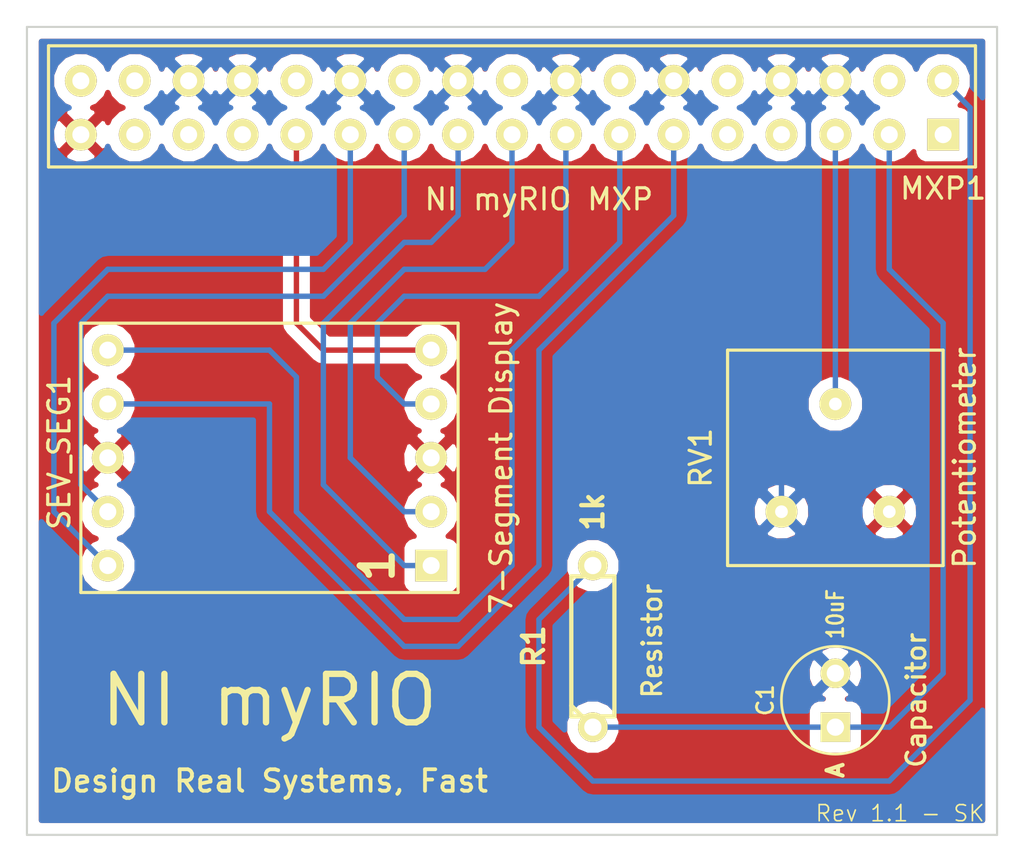
<source format=kicad_pcb>
(kicad_pcb (version 3) (host pcbnew "(2013-07-07 BZR 4022)-stable")

  (general
    (links 24)
    (no_connects 0)
    (area 105.359999 52.019999 151.180001 90.220001)
    (thickness 1.6)
    (drawings 10)
    (tracks 72)
    (zones 0)
    (modules 5)
    (nets 14)
  )

  (page A3)
  (layers
    (15 F.Cu signal)
    (0 B.Cu signal)
    (16 B.Adhes user)
    (17 F.Adhes user)
    (18 B.Paste user)
    (19 F.Paste user)
    (20 B.SilkS user)
    (21 F.SilkS user)
    (22 B.Mask user)
    (23 F.Mask user)
    (24 Dwgs.User user)
    (25 Cmts.User user)
    (26 Eco1.User user)
    (27 Eco2.User user)
    (28 Edge.Cuts user)
  )

  (setup
    (last_trace_width 0.254)
    (trace_clearance 0.254)
    (zone_clearance 0.508)
    (zone_45_only no)
    (trace_min 0.254)
    (segment_width 0.2)
    (edge_width 0.1)
    (via_size 0.889)
    (via_drill 0.635)
    (via_min_size 0.889)
    (via_min_drill 0.508)
    (uvia_size 0.508)
    (uvia_drill 0.127)
    (uvias_allowed no)
    (uvia_min_size 0.508)
    (uvia_min_drill 0.127)
    (pcb_text_width 0.3)
    (pcb_text_size 1.5 1.5)
    (mod_edge_width 0.15)
    (mod_text_size 1 1)
    (mod_text_width 0.15)
    (pad_size 1.5 1.5)
    (pad_drill 0.8)
    (pad_to_mask_clearance 0)
    (aux_axis_origin 0 0)
    (visible_elements 7FFFFFFF)
    (pcbplotparams
      (layerselection 283148289)
      (usegerberextensions true)
      (excludeedgelayer true)
      (linewidth 0.150000)
      (plotframeref false)
      (viasonmask false)
      (mode 1)
      (useauxorigin false)
      (hpglpennumber 1)
      (hpglpenspeed 20)
      (hpglpendiameter 15)
      (hpglpenoverlay 2)
      (psnegative false)
      (psa4output false)
      (plotreference true)
      (plotvalue true)
      (plotothertext true)
      (plotinvisibletext false)
      (padsonsilk false)
      (subtractmaskfromsilk false)
      (outputformat 1)
      (mirror false)
      (drillshape 0)
      (scaleselection 1)
      (outputdirectory Gerbers/))
  )

  (net 0 "")
  (net 1 +3.3V)
  (net 2 GND)
  (net 3 N-0000018)
  (net 4 N-0000021)
  (net 5 N-000006)
  (net 6 a)
  (net 7 b)
  (net 8 c)
  (net 9 d)
  (net 10 dp)
  (net 11 e)
  (net 12 f)
  (net 13 g)

  (net_class Default "This is the default net class."
    (clearance 0.254)
    (trace_width 0.254)
    (via_dia 0.889)
    (via_drill 0.635)
    (uvia_dia 0.508)
    (uvia_drill 0.127)
    (add_net "")
    (add_net +3.3V)
    (add_net GND)
    (add_net N-0000018)
    (add_net N-0000021)
    (add_net N-000006)
    (add_net a)
    (add_net b)
    (add_net c)
    (add_net d)
    (add_net dp)
    (add_net e)
    (add_net f)
    (add_net g)
  )

  (module R3 (layer F.Cu) (tedit 530CD5DE) (tstamp 530B7EC6)
    (at 132.08 81.28 90)
    (descr "Resitance 3 pas")
    (tags R)
    (path /5307AD5A)
    (autoplace_cost180 10)
    (fp_text reference R1 (at 0 -2.794 90) (layer F.SilkS)
      (effects (font (size 1 1) (thickness 0.2032)))
    )
    (fp_text value 1k (at 6.35 0 90) (layer F.SilkS)
      (effects (font (size 1 1) (thickness 0.2032)))
    )
    (fp_line (start -3.81 0) (end -3.302 0) (layer F.SilkS) (width 0.2032))
    (fp_line (start 3.81 0) (end 3.302 0) (layer F.SilkS) (width 0.2032))
    (fp_line (start 3.302 0) (end 3.302 -1.016) (layer F.SilkS) (width 0.2032))
    (fp_line (start 3.302 -1.016) (end -3.302 -1.016) (layer F.SilkS) (width 0.2032))
    (fp_line (start -3.302 -1.016) (end -3.302 1.016) (layer F.SilkS) (width 0.2032))
    (fp_line (start -3.302 1.016) (end 3.302 1.016) (layer F.SilkS) (width 0.2032))
    (fp_line (start 3.302 1.016) (end 3.302 0) (layer F.SilkS) (width 0.2032))
    (fp_line (start -3.302 -0.508) (end -2.794 -1.016) (layer F.SilkS) (width 0.2032))
    (pad 1 thru_hole circle (at -3.81 0 90) (size 1.397 1.397) (drill 0.8128)
      (layers *.Cu *.Mask F.SilkS)
      (net 5 N-000006)
    )
    (pad 2 thru_hole circle (at 3.81 0 90) (size 1.397 1.397) (drill 0.8128)
      (layers *.Cu *.Mask F.SilkS)
      (net 3 N-0000018)
    )
    (model discret/resistor.wrl
      (at (xyz 0 0 0))
      (scale (xyz 0.3 0.3 0.3))
      (rotate (xyz 0 0 0))
    )
  )

  (module POT_3386F (layer F.Cu) (tedit 5310FED9) (tstamp 5307CF08)
    (at 143.51 74.93 180)
    (path /5307AE6F)
    (fp_text reference RV1 (at 6.35 2.54 270) (layer F.SilkS)
      (effects (font (size 1 1) (thickness 0.15)))
    )
    (fp_text value Potentiometer (at -6.096 2.54 270) (layer F.SilkS)
      (effects (font (size 1 1) (thickness 0.15)))
    )
    (fp_line (start 5.08 -2.54) (end 5.08 7.62) (layer F.SilkS) (width 0.15))
    (fp_line (start -5.08 -2.54) (end -5.08 7.62) (layer F.SilkS) (width 0.15))
    (fp_line (start -5.08 -2.54) (end 5.08 -2.54) (layer F.SilkS) (width 0.15))
    (fp_line (start 0 7.62) (end 5.08 7.62) (layer F.SilkS) (width 0.15))
    (fp_line (start -5.08 7.62) (end 0 7.62) (layer F.SilkS) (width 0.15))
    (pad 1 thru_hole circle (at 2.54 0 180) (size 1.5 1.5) (drill 0.6)
      (layers *.Cu *.Mask F.SilkS)
      (net 2 GND)
    )
    (pad 3 thru_hole circle (at -2.54 0 180) (size 1.5 1.5) (drill 0.6)
      (layers *.Cu *.Mask F.SilkS)
      (net 1 +3.3V)
    )
    (pad 2 thru_hole circle (at 0 5.08 180) (size 1.5 1.5) (drill 0.6)
      (layers *.Cu *.Mask F.SilkS)
      (net 4 N-0000021)
    )
  )

  (module C1V5 (layer F.Cu) (tedit 531495BE) (tstamp 5307CF50)
    (at 143.51 83.82 90)
    (descr "Condensateur e = 1 pas")
    (tags C)
    (path /5307AD6D)
    (fp_text reference C1 (at 0 -3.302 90) (layer F.SilkS)
      (effects (font (size 0.762 0.762) (thickness 0.127)))
    )
    (fp_text value 10uF (at 4.064 0 90) (layer F.SilkS)
      (effects (font (size 0.762 0.635) (thickness 0.127)))
    )
    (fp_text user A (at -3.302 0 90) (layer F.SilkS)
      (effects (font (size 0.762 0.762) (thickness 0.1905)))
    )
    (fp_circle (center 0 0) (end 0.127 -2.54) (layer F.SilkS) (width 0.127))
    (pad 1 thru_hole rect (at -1.27 0 90) (size 1.397 1.397) (drill 0.8128)
      (layers *.Cu *.Mask F.SilkS)
      (net 5 N-000006)
    )
    (pad 2 thru_hole circle (at 1.27 0 90) (size 1.397 1.397) (drill 0.8128)
      (layers *.Cu *.Mask F.SilkS)
      (net 2 GND)
    )
    (model discret/c_vert_c1v5.wrl
      (at (xyz 0 0 0))
      (scale (xyz 1 1 1))
      (rotate (xyz 0 0 0))
    )
  )

  (module MXP (layer F.Cu) (tedit 5314C209) (tstamp 5307CF35)
    (at 129.54 55.88)
    (path /53079AD1)
    (fp_text reference MXP1 (at 19.05 3.81) (layer F.SilkS)
      (effects (font (size 1 1) (thickness 0.15)))
    )
    (fp_text value "NI myRIO MXP" (at 0 4.318) (layer F.SilkS)
      (effects (font (size 1 1) (thickness 0.15)))
    )
    (fp_line (start -23.114 -2.921) (end -23.114 2.794) (layer F.SilkS) (width 0.15))
    (fp_line (start -23.114 2.794) (end 20.574 2.794) (layer F.SilkS) (width 0.15))
    (fp_line (start 20.574 2.794) (end 20.574 -2.921) (layer F.SilkS) (width 0.15))
    (fp_line (start 20.574 -2.921) (end -23.114 -2.921) (layer F.SilkS) (width 0.15))
    (pad 1 thru_hole rect (at 19.05 1.27) (size 1.5 1.5) (drill 0.8)
      (layers *.Cu *.Mask F.SilkS)
    )
    (pad 2 thru_hole circle (at 19.05 -1.27) (size 1.5 1.5) (drill 0.8)
      (layers *.Cu *.Mask F.SilkS)
      (net 3 N-0000018)
    )
    (pad 3 thru_hole circle (at 16.51 1.27) (size 1.5 1.5) (drill 0.8)
      (layers *.Cu *.Mask F.SilkS)
      (net 5 N-000006)
    )
    (pad 4 thru_hole circle (at 16.51 -1.27) (size 1.5 1.5) (drill 0.8)
      (layers *.Cu *.Mask F.SilkS)
    )
    (pad 5 thru_hole circle (at 13.97 1.27) (size 1.5 1.5) (drill 0.8)
      (layers *.Cu *.Mask F.SilkS)
      (net 4 N-0000021)
    )
    (pad 6 thru_hole circle (at 13.97 -1.27) (size 1.5 1.5) (drill 0.8)
      (layers *.Cu *.Mask F.SilkS)
      (net 2 GND)
    )
    (pad 7 thru_hole circle (at 11.43 1.27) (size 1.5 1.5) (drill 0.8)
      (layers *.Cu *.Mask F.SilkS)
    )
    (pad 8 thru_hole circle (at 11.43 -1.27) (size 1.5 1.5) (drill 0.8)
      (layers *.Cu *.Mask F.SilkS)
      (net 2 GND)
    )
    (pad 9 thru_hole circle (at 8.89 1.27) (size 1.5 1.5) (drill 0.8)
      (layers *.Cu *.Mask F.SilkS)
    )
    (pad 10 thru_hole circle (at 8.89 -1.27) (size 1.5 1.5) (drill 0.8)
      (layers *.Cu *.Mask F.SilkS)
    )
    (pad 11 thru_hole circle (at 6.35 1.27) (size 1.5 1.5) (drill 0.8)
      (layers *.Cu *.Mask F.SilkS)
      (net 6 a)
    )
    (pad 12 thru_hole circle (at 6.35 -1.27) (size 1.5 1.5) (drill 0.8)
      (layers *.Cu *.Mask F.SilkS)
      (net 2 GND)
    )
    (pad 13 thru_hole circle (at 3.81 1.27) (size 1.5 1.5) (drill 0.8)
      (layers *.Cu *.Mask F.SilkS)
      (net 7 b)
    )
    (pad 14 thru_hole circle (at 3.81 -1.27) (size 1.5 1.5) (drill 0.8)
      (layers *.Cu *.Mask F.SilkS)
    )
    (pad 15 thru_hole circle (at 1.27 1.27) (size 1.5 1.5) (drill 0.8)
      (layers *.Cu *.Mask F.SilkS)
      (net 8 c)
    )
    (pad 16 thru_hole circle (at 1.27 -1.27) (size 1.5 1.5) (drill 0.8)
      (layers *.Cu *.Mask F.SilkS)
      (net 2 GND)
    )
    (pad 17 thru_hole circle (at -1.27 1.27) (size 1.5 1.5) (drill 0.8)
      (layers *.Cu *.Mask F.SilkS)
      (net 9 d)
    )
    (pad 18 thru_hole circle (at -1.27 -1.27) (size 1.5 1.5) (drill 0.8)
      (layers *.Cu *.Mask F.SilkS)
    )
    (pad 19 thru_hole circle (at -3.81 1.27) (size 1.5 1.5) (drill 0.8)
      (layers *.Cu *.Mask F.SilkS)
      (net 11 e)
    )
    (pad 20 thru_hole circle (at -3.81 -1.27) (size 1.5 1.5) (drill 0.8)
      (layers *.Cu *.Mask F.SilkS)
      (net 2 GND)
    )
    (pad 21 thru_hole circle (at -6.35 1.27) (size 1.5 1.5) (drill 0.8)
      (layers *.Cu *.Mask F.SilkS)
      (net 12 f)
    )
    (pad 22 thru_hole circle (at -6.35 -1.27) (size 1.5 1.5) (drill 0.8)
      (layers *.Cu *.Mask F.SilkS)
    )
    (pad 23 thru_hole circle (at -8.89 1.27) (size 1.5 1.5) (drill 0.8)
      (layers *.Cu *.Mask F.SilkS)
      (net 13 g)
    )
    (pad 24 thru_hole circle (at -8.89 -1.27) (size 1.5 1.5) (drill 0.8)
      (layers *.Cu *.Mask F.SilkS)
      (net 2 GND)
    )
    (pad 25 thru_hole circle (at -11.43 1.27) (size 1.5 1.5) (drill 0.8)
      (layers *.Cu *.Mask F.SilkS)
      (net 10 dp)
    )
    (pad 26 thru_hole circle (at -11.43 -1.27) (size 1.5 1.5) (drill 0.8)
      (layers *.Cu *.Mask F.SilkS)
    )
    (pad 27 thru_hole circle (at -13.97 1.27) (size 1.5 1.5) (drill 0.8)
      (layers *.Cu *.Mask F.SilkS)
    )
    (pad 28 thru_hole circle (at -13.97 -1.27) (size 1.5 1.5) (drill 0.8)
      (layers *.Cu *.Mask F.SilkS)
      (net 2 GND)
    )
    (pad 29 thru_hole circle (at -16.51 1.27) (size 1.5 1.5) (drill 0.8)
      (layers *.Cu *.Mask F.SilkS)
    )
    (pad 30 thru_hole circle (at -16.51 -1.27) (size 1.5 1.5) (drill 0.8)
      (layers *.Cu *.Mask F.SilkS)
      (net 2 GND)
    )
    (pad 31 thru_hole circle (at -19.05 1.27) (size 1.5 1.5) (drill 0.8)
      (layers *.Cu *.Mask F.SilkS)
    )
    (pad 32 thru_hole circle (at -19.05 -1.27) (size 1.5 1.5) (drill 0.8)
      (layers *.Cu *.Mask F.SilkS)
    )
    (pad 33 thru_hole circle (at -21.59 1.27) (size 1.5 1.5) (drill 0.8)
      (layers *.Cu *.Mask F.SilkS)
      (net 1 +3.3V)
    )
    (pad 34 thru_hole circle (at -21.59 -1.27) (size 1.5 1.5) (drill 0.8)
      (layers *.Cu *.Mask F.SilkS)
    )
  )

  (module LTS-5501AB (layer F.Cu) (tedit 5314C2B8) (tstamp 5307CF48)
    (at 116.84 72.39 90)
    (path /5307B582)
    (fp_text reference SEV_SEG1 (at 0.254 -9.906 90) (layer F.SilkS)
      (effects (font (size 1 1) (thickness 0.15)))
    )
    (fp_text value "7-Segment Display" (at 0 10.922 90) (layer F.SilkS)
      (effects (font (size 1 1) (thickness 0.15)))
    )
    (fp_line (start -6.35 -8.89) (end -6.35 8.89) (layer F.SilkS) (width 0.15))
    (fp_line (start -6.35 8.89) (end 6.35 8.89) (layer F.SilkS) (width 0.15))
    (fp_line (start 6.35 8.89) (end 6.35 -8.89) (layer F.SilkS) (width 0.15))
    (fp_line (start 0 -8.89) (end -6.35 -8.89) (layer F.SilkS) (width 0.15))
    (fp_line (start 0 -8.89) (end 6.35 -8.89) (layer F.SilkS) (width 0.15))
    (pad 1 thru_hole rect (at -5.08 7.62 90) (size 1.5 1.5) (drill 0.8)
      (layers *.Cu *.Mask F.SilkS)
      (net 11 e)
    )
    (pad 2 thru_hole circle (at -2.54 7.62 90) (size 1.5 1.5) (drill 0.8)
      (layers *.Cu *.Mask F.SilkS)
      (net 9 d)
    )
    (pad 3 thru_hole circle (at 0 7.62 90) (size 1.5 1.5) (drill 0.8)
      (layers *.Cu *.Mask F.SilkS)
      (net 1 +3.3V)
    )
    (pad 4 thru_hole circle (at 2.54 7.62 90) (size 1.5 1.5) (drill 0.8)
      (layers *.Cu *.Mask F.SilkS)
      (net 8 c)
    )
    (pad 5 thru_hole circle (at 5.08 7.62 90) (size 1.5 1.5) (drill 0.8)
      (layers *.Cu *.Mask F.SilkS)
      (net 10 dp)
    )
    (pad 6 thru_hole circle (at 5.08 -7.62 90) (size 1.5 1.5) (drill 0.8)
      (layers *.Cu *.Mask F.SilkS)
      (net 7 b)
    )
    (pad 7 thru_hole circle (at 2.54 -7.62 90) (size 1.5 1.5) (drill 0.8)
      (layers *.Cu *.Mask F.SilkS)
      (net 6 a)
    )
    (pad 8 thru_hole circle (at 0 -7.62 90) (size 1.5 1.5) (drill 0.8)
      (layers *.Cu *.Mask F.SilkS)
      (net 1 +3.3V)
    )
    (pad 9 thru_hole circle (at -2.54 -7.62 90) (size 1.5 1.5) (drill 0.8)
      (layers *.Cu *.Mask F.SilkS)
      (net 12 f)
    )
    (pad 10 thru_hole circle (at -5.08 -7.62 90) (size 1.5 1.5) (drill 0.8)
      (layers *.Cu *.Mask F.SilkS)
      (net 13 g)
    )
  )

  (gr_text 1 (at 121.92 77.47 90) (layer F.SilkS)
    (effects (font (size 1.5 1.5) (thickness 0.3)))
  )
  (gr_text "Rev 1.1 - SK" (at 146.558 89.154) (layer F.SilkS)
    (effects (font (size 0.762 0.762) (thickness 0.0762)))
  )
  (gr_text Resistor (at 134.874 81.026 90) (layer F.SilkS)
    (effects (font (size 0.889 0.889) (thickness 0.1524)))
  )
  (gr_text Capacitor (at 147.32 83.82 90) (layer F.SilkS)
    (effects (font (size 0.889 0.889) (thickness 0.1524)))
  )
  (gr_text "Design Real Systems, Fast" (at 116.84 87.63) (layer F.SilkS)
    (effects (font (size 1.016 1.016) (thickness 0.1778)))
  )
  (gr_text "NI myRIO" (at 116.84 83.82) (layer F.SilkS)
    (effects (font (size 2.286 2.286) (thickness 0.3)))
  )
  (gr_line (start 105.41 52.07) (end 151.13 52.07) (angle 90) (layer Edge.Cuts) (width 0.1))
  (gr_line (start 105.41 90.17) (end 105.41 52.07) (angle 90) (layer Edge.Cuts) (width 0.1))
  (gr_line (start 151.13 90.17) (end 105.41 90.17) (angle 90) (layer Edge.Cuts) (width 0.1))
  (gr_line (start 151.13 52.07) (end 151.13 90.17) (angle 90) (layer Edge.Cuts) (width 0.1))

  (segment (start 140.97 54.61) (end 142.24 55.88) (width 0.254) (layer B.Cu) (net 2))
  (segment (start 140.97 59.69) (end 140.97 74.93) (width 0.254) (layer B.Cu) (net 2) (tstamp 530CD13D))
  (segment (start 142.24 58.42) (end 140.97 59.69) (width 0.254) (layer B.Cu) (net 2) (tstamp 530CD13C))
  (segment (start 142.24 55.88) (end 142.24 58.42) (width 0.254) (layer B.Cu) (net 2) (tstamp 530CD13A))
  (segment (start 132.08 77.47) (end 129.54 80.01) (width 0.254) (layer B.Cu) (net 3))
  (segment (start 149.86 55.88) (end 148.59 54.61) (width 0.254) (layer B.Cu) (net 3) (tstamp 530CD36D))
  (segment (start 149.86 64.77) (end 149.86 55.88) (width 0.254) (layer B.Cu) (net 3) (tstamp 530CD36C))
  (segment (start 149.86 83.82) (end 149.86 64.77) (width 0.254) (layer B.Cu) (net 3) (tstamp 530CD36B))
  (segment (start 146.05 87.63) (end 149.86 83.82) (width 0.254) (layer B.Cu) (net 3) (tstamp 530CD36A))
  (segment (start 132.08 87.63) (end 146.05 87.63) (width 0.254) (layer B.Cu) (net 3) (tstamp 530CD368))
  (segment (start 129.54 85.09) (end 132.08 87.63) (width 0.254) (layer B.Cu) (net 3) (tstamp 530CD367))
  (segment (start 129.54 80.01) (end 129.54 85.09) (width 0.254) (layer B.Cu) (net 3) (tstamp 530CD362))
  (segment (start 143.51 69.85) (end 143.51 57.15) (width 0.254) (layer B.Cu) (net 4))
  (segment (start 143.51 85.09) (end 146.05 85.09) (width 0.254) (layer B.Cu) (net 5))
  (segment (start 146.05 63.5) (end 146.05 57.15) (width 0.254) (layer B.Cu) (net 5) (tstamp 530CD35E))
  (segment (start 148.59 66.04) (end 146.05 63.5) (width 0.254) (layer B.Cu) (net 5) (tstamp 530CD35B))
  (segment (start 148.59 82.55) (end 148.59 66.04) (width 0.254) (layer B.Cu) (net 5) (tstamp 530CD359))
  (segment (start 146.05 85.09) (end 148.59 82.55) (width 0.254) (layer B.Cu) (net 5) (tstamp 530CD354))
  (segment (start 132.08 85.09) (end 143.51 85.09) (width 0.254) (layer B.Cu) (net 5))
  (segment (start 109.22 69.85) (end 116.84 69.85) (width 0.254) (layer B.Cu) (net 6))
  (segment (start 135.89 60.96) (end 135.89 57.15) (width 0.254) (layer B.Cu) (net 6) (tstamp 530CD28D))
  (segment (start 129.54 67.31) (end 135.89 60.96) (width 0.254) (layer B.Cu) (net 6) (tstamp 530CD28C))
  (segment (start 129.54 77.47) (end 129.54 67.31) (width 0.254) (layer B.Cu) (net 6) (tstamp 530CD28A))
  (segment (start 125.73 81.28) (end 129.54 77.47) (width 0.254) (layer B.Cu) (net 6) (tstamp 530CD289))
  (segment (start 123.19 81.28) (end 125.73 81.28) (width 0.254) (layer B.Cu) (net 6) (tstamp 530CD287))
  (segment (start 116.84 74.93) (end 123.19 81.28) (width 0.254) (layer B.Cu) (net 6) (tstamp 530CD285))
  (segment (start 116.84 69.85) (end 116.84 74.93) (width 0.254) (layer B.Cu) (net 6) (tstamp 530CD284))
  (segment (start 109.22 67.31) (end 116.84 67.31) (width 0.254) (layer B.Cu) (net 7))
  (segment (start 133.35 62.23) (end 133.35 57.15) (width 0.254) (layer B.Cu) (net 7) (tstamp 530CD273))
  (segment (start 128.27 67.31) (end 133.35 62.23) (width 0.254) (layer B.Cu) (net 7) (tstamp 530CD270))
  (segment (start 128.27 77.47) (end 128.27 67.31) (width 0.254) (layer B.Cu) (net 7) (tstamp 530CD26D))
  (segment (start 125.73 80.01) (end 128.27 77.47) (width 0.254) (layer B.Cu) (net 7) (tstamp 530CD269))
  (segment (start 123.19 80.01) (end 125.73 80.01) (width 0.254) (layer B.Cu) (net 7) (tstamp 530CD265))
  (segment (start 118.11 74.93) (end 123.19 80.01) (width 0.254) (layer B.Cu) (net 7) (tstamp 530CD264))
  (segment (start 118.11 68.58) (end 118.11 74.93) (width 0.254) (layer B.Cu) (net 7) (tstamp 530CD263))
  (segment (start 116.84 67.31) (end 118.11 68.58) (width 0.254) (layer B.Cu) (net 7) (tstamp 530CD260))
  (segment (start 124.46 69.85) (end 123.19 69.85) (width 0.254) (layer B.Cu) (net 8))
  (segment (start 130.81 63.5) (end 130.81 57.15) (width 0.254) (layer B.Cu) (net 8) (tstamp 530CD1F7))
  (segment (start 129.54 64.77) (end 130.81 63.5) (width 0.254) (layer B.Cu) (net 8) (tstamp 530CD1F5))
  (segment (start 123.19 64.77) (end 129.54 64.77) (width 0.254) (layer B.Cu) (net 8) (tstamp 530CD1F2))
  (segment (start 121.92 66.04) (end 123.19 64.77) (width 0.254) (layer B.Cu) (net 8) (tstamp 530CD1F0))
  (segment (start 121.92 68.58) (end 121.92 66.04) (width 0.254) (layer B.Cu) (net 8) (tstamp 530CD1ED))
  (segment (start 123.19 69.85) (end 121.92 68.58) (width 0.254) (layer B.Cu) (net 8) (tstamp 530CD1EA))
  (segment (start 124.46 74.93) (end 123.19 74.93) (width 0.254) (layer B.Cu) (net 9))
  (segment (start 128.27 62.23) (end 128.27 57.15) (width 0.254) (layer B.Cu) (net 9) (tstamp 530CD20E))
  (segment (start 127 63.5) (end 128.27 62.23) (width 0.254) (layer B.Cu) (net 9) (tstamp 530CD20C))
  (segment (start 123.19 63.5) (end 127 63.5) (width 0.254) (layer B.Cu) (net 9) (tstamp 530CD20A))
  (segment (start 120.65 66.04) (end 123.19 63.5) (width 0.254) (layer B.Cu) (net 9) (tstamp 530CD208))
  (segment (start 120.65 72.39) (end 120.65 66.04) (width 0.254) (layer B.Cu) (net 9) (tstamp 530CD206))
  (segment (start 123.19 74.93) (end 120.65 72.39) (width 0.254) (layer B.Cu) (net 9) (tstamp 530CD201))
  (segment (start 124.46 67.31) (end 119.38 67.31) (width 0.254) (layer F.Cu) (net 10))
  (segment (start 118.11 66.04) (end 118.11 57.15) (width 0.254) (layer F.Cu) (net 10) (tstamp 530CD3F7))
  (segment (start 119.38 67.31) (end 118.11 66.04) (width 0.254) (layer F.Cu) (net 10) (tstamp 530CD3F1))
  (segment (start 124.46 77.47) (end 123.19 77.47) (width 0.254) (layer B.Cu) (net 11))
  (segment (start 125.73 60.96) (end 125.73 57.15) (width 0.254) (layer B.Cu) (net 11) (tstamp 530CD21B))
  (segment (start 124.46 62.23) (end 125.73 60.96) (width 0.254) (layer B.Cu) (net 11) (tstamp 530CD219))
  (segment (start 123.19 62.23) (end 124.46 62.23) (width 0.254) (layer B.Cu) (net 11) (tstamp 530CD218))
  (segment (start 119.38 66.04) (end 123.19 62.23) (width 0.254) (layer B.Cu) (net 11) (tstamp 530CD217))
  (segment (start 119.38 73.66) (end 119.38 66.04) (width 0.254) (layer B.Cu) (net 11) (tstamp 530CD215))
  (segment (start 123.19 77.47) (end 119.38 73.66) (width 0.254) (layer B.Cu) (net 11) (tstamp 530CD212))
  (segment (start 109.22 74.93) (end 107.95 73.66) (width 0.254) (layer B.Cu) (net 12))
  (segment (start 123.19 60.96) (end 123.19 57.15) (width 0.254) (layer B.Cu) (net 12) (tstamp 530CD242))
  (segment (start 119.38 64.77) (end 123.19 60.96) (width 0.254) (layer B.Cu) (net 12) (tstamp 530CD23E))
  (segment (start 109.22 64.77) (end 119.38 64.77) (width 0.254) (layer B.Cu) (net 12) (tstamp 530CD238))
  (segment (start 107.95 66.04) (end 109.22 64.77) (width 0.254) (layer B.Cu) (net 12) (tstamp 530CD233))
  (segment (start 107.95 73.66) (end 107.95 66.04) (width 0.254) (layer B.Cu) (net 12) (tstamp 530CD22E))
  (segment (start 109.22 77.47) (end 106.68 74.93) (width 0.254) (layer B.Cu) (net 13))
  (segment (start 120.65 62.23) (end 120.65 57.15) (width 0.254) (layer B.Cu) (net 13) (tstamp 530CD256))
  (segment (start 119.38 63.5) (end 120.65 62.23) (width 0.254) (layer B.Cu) (net 13) (tstamp 530CD255))
  (segment (start 109.22 63.5) (end 119.38 63.5) (width 0.254) (layer B.Cu) (net 13) (tstamp 530CD254))
  (segment (start 106.68 66.04) (end 109.22 63.5) (width 0.254) (layer B.Cu) (net 13) (tstamp 530CD253))
  (segment (start 106.68 74.93) (end 106.68 66.04) (width 0.254) (layer B.Cu) (net 13) (tstamp 530CD251))

  (zone (net 1) (net_name +3.3V) (layer F.Cu) (tstamp 5307D1FE) (hatch edge 0.508)
    (connect_pads (clearance 0.508))
    (min_thickness 0.254)
    (fill (arc_segments 16) (thermal_gap 0.508) (thermal_bridge_width 0.508))
    (polygon
      (pts
        (xy 152.4 91.44) (xy 104.14 91.44) (xy 104.14 50.8) (xy 152.4 50.8)
      )
    )
    (filled_polygon
      (pts
        (xy 150.445 89.485) (xy 149.975239 89.485) (xy 149.975239 54.335715) (xy 149.76483 53.826486) (xy 149.375563 53.436539)
        (xy 148.866702 53.225242) (xy 148.315715 53.224761) (xy 147.806486 53.43517) (xy 147.416539 53.824437) (xy 147.320023 54.056872)
        (xy 147.22483 53.826486) (xy 146.835563 53.436539) (xy 146.326702 53.225242) (xy 145.775715 53.224761) (xy 145.266486 53.43517)
        (xy 144.876539 53.824437) (xy 144.780023 54.056872) (xy 144.68483 53.826486) (xy 144.295563 53.436539) (xy 143.786702 53.225242)
        (xy 143.235715 53.224761) (xy 142.726486 53.43517) (xy 142.336539 53.824437) (xy 142.240023 54.056872) (xy 142.14483 53.826486)
        (xy 141.755563 53.436539) (xy 141.246702 53.225242) (xy 140.695715 53.224761) (xy 140.186486 53.43517) (xy 139.796539 53.824437)
        (xy 139.700023 54.056872) (xy 139.60483 53.826486) (xy 139.215563 53.436539) (xy 138.706702 53.225242) (xy 138.155715 53.224761)
        (xy 137.646486 53.43517) (xy 137.256539 53.824437) (xy 137.160023 54.056872) (xy 137.06483 53.826486) (xy 136.675563 53.436539)
        (xy 136.166702 53.225242) (xy 135.615715 53.224761) (xy 135.106486 53.43517) (xy 134.716539 53.824437) (xy 134.620023 54.056872)
        (xy 134.52483 53.826486) (xy 134.135563 53.436539) (xy 133.626702 53.225242) (xy 133.075715 53.224761) (xy 132.566486 53.43517)
        (xy 132.176539 53.824437) (xy 132.080023 54.056872) (xy 131.98483 53.826486) (xy 131.595563 53.436539) (xy 131.086702 53.225242)
        (xy 130.535715 53.224761) (xy 130.026486 53.43517) (xy 129.636539 53.824437) (xy 129.540023 54.056872) (xy 129.44483 53.826486)
        (xy 129.055563 53.436539) (xy 128.546702 53.225242) (xy 127.995715 53.224761) (xy 127.486486 53.43517) (xy 127.096539 53.824437)
        (xy 127.000023 54.056872) (xy 126.90483 53.826486) (xy 126.515563 53.436539) (xy 126.006702 53.225242) (xy 125.455715 53.224761)
        (xy 124.946486 53.43517) (xy 124.556539 53.824437) (xy 124.460023 54.056872) (xy 124.36483 53.826486) (xy 123.975563 53.436539)
        (xy 123.466702 53.225242) (xy 122.915715 53.224761) (xy 122.406486 53.43517) (xy 122.016539 53.824437) (xy 121.920023 54.056872)
        (xy 121.82483 53.826486) (xy 121.435563 53.436539) (xy 120.926702 53.225242) (xy 120.375715 53.224761) (xy 119.866486 53.43517)
        (xy 119.476539 53.824437) (xy 119.380023 54.056872) (xy 119.28483 53.826486) (xy 118.895563 53.436539) (xy 118.386702 53.225242)
        (xy 117.835715 53.224761) (xy 117.326486 53.43517) (xy 116.936539 53.824437) (xy 116.840023 54.056872) (xy 116.74483 53.826486)
        (xy 116.355563 53.436539) (xy 115.846702 53.225242) (xy 115.295715 53.224761) (xy 114.786486 53.43517) (xy 114.396539 53.824437)
        (xy 114.300023 54.056872) (xy 114.20483 53.826486) (xy 113.815563 53.436539) (xy 113.306702 53.225242) (xy 112.755715 53.224761)
        (xy 112.246486 53.43517) (xy 111.856539 53.824437) (xy 111.760023 54.056872) (xy 111.66483 53.826486) (xy 111.275563 53.436539)
        (xy 110.766702 53.225242) (xy 110.215715 53.224761) (xy 109.706486 53.43517) (xy 109.316539 53.824437) (xy 109.220023 54.056872)
        (xy 109.12483 53.826486) (xy 108.735563 53.436539) (xy 108.226702 53.225242) (xy 107.675715 53.224761) (xy 107.166486 53.43517)
        (xy 106.776539 53.824437) (xy 106.565242 54.333298) (xy 106.564761 54.884285) (xy 106.77517 55.393514) (xy 107.164437 55.783461)
        (xy 107.380982 55.873378) (xy 107.226078 55.937542) (xy 107.158088 56.178483) (xy 107.95 56.970395) (xy 108.741912 56.178483)
        (xy 108.673922 55.937542) (xy 108.507373 55.878269) (xy 108.733514 55.78483) (xy 109.123461 55.395563) (xy 109.219976 55.163127)
        (xy 109.31517 55.393514) (xy 109.704437 55.783461) (xy 109.936872 55.879976) (xy 109.706486 55.97517) (xy 109.316539 56.364437)
        (xy 109.226621 56.580982) (xy 109.162458 56.426078) (xy 108.921517 56.358088) (xy 108.129605 57.15) (xy 108.921517 57.941912)
        (xy 109.162458 57.873922) (xy 109.22173 57.707373) (xy 109.31517 57.933514) (xy 109.704437 58.323461) (xy 110.213298 58.534758)
        (xy 110.764285 58.535239) (xy 111.273514 58.32483) (xy 111.663461 57.935563) (xy 111.759976 57.703127) (xy 111.85517 57.933514)
        (xy 112.244437 58.323461) (xy 112.753298 58.534758) (xy 113.304285 58.535239) (xy 113.813514 58.32483) (xy 114.203461 57.935563)
        (xy 114.299976 57.703127) (xy 114.39517 57.933514) (xy 114.784437 58.323461) (xy 115.293298 58.534758) (xy 115.844285 58.535239)
        (xy 116.353514 58.32483) (xy 116.743461 57.935563) (xy 116.839976 57.703127) (xy 116.93517 57.933514) (xy 117.324437 58.323461)
        (xy 117.348 58.333245) (xy 117.348 66.04) (xy 117.406004 66.331605) (xy 117.571185 66.578815) (xy 118.841184 67.848815)
        (xy 118.841185 67.848815) (xy 119.088395 68.013996) (xy 119.38 68.072) (xy 123.27628 68.072) (xy 123.28517 68.093514)
        (xy 123.674437 68.483461) (xy 123.906872 68.579976) (xy 123.676486 68.67517) (xy 123.286539 69.064437) (xy 123.075242 69.573298)
        (xy 123.074761 70.124285) (xy 123.28517 70.633514) (xy 123.674437 71.023461) (xy 123.890982 71.113378) (xy 123.736078 71.177542)
        (xy 123.668088 71.418483) (xy 124.46 72.210395) (xy 125.251912 71.418483) (xy 125.183922 71.177542) (xy 125.017373 71.118269)
        (xy 125.243514 71.02483) (xy 125.633461 70.635563) (xy 125.844758 70.126702) (xy 125.845239 69.575715) (xy 125.63483 69.066486)
        (xy 125.245563 68.676539) (xy 125.013127 68.580023) (xy 125.243514 68.48483) (xy 125.633461 68.095563) (xy 125.844758 67.586702)
        (xy 125.845239 67.035715) (xy 125.63483 66.526486) (xy 125.245563 66.136539) (xy 124.736702 65.925242) (xy 124.185715 65.924761)
        (xy 123.676486 66.13517) (xy 123.286539 66.524437) (xy 123.276754 66.548) (xy 119.69563 66.548) (xy 118.872 65.724369)
        (xy 118.872 58.333719) (xy 118.893514 58.32483) (xy 119.283461 57.935563) (xy 119.379976 57.703127) (xy 119.47517 57.933514)
        (xy 119.864437 58.323461) (xy 120.373298 58.534758) (xy 120.924285 58.535239) (xy 121.433514 58.32483) (xy 121.823461 57.935563)
        (xy 121.919976 57.703127) (xy 122.01517 57.933514) (xy 122.404437 58.323461) (xy 122.913298 58.534758) (xy 123.464285 58.535239)
        (xy 123.973514 58.32483) (xy 124.363461 57.935563) (xy 124.459976 57.703127) (xy 124.55517 57.933514) (xy 124.944437 58.323461)
        (xy 125.453298 58.534758) (xy 126.004285 58.535239) (xy 126.513514 58.32483) (xy 126.903461 57.935563) (xy 126.999976 57.703127)
        (xy 127.09517 57.933514) (xy 127.484437 58.323461) (xy 127.993298 58.534758) (xy 128.544285 58.535239) (xy 129.053514 58.32483)
        (xy 129.443461 57.935563) (xy 129.539976 57.703127) (xy 129.63517 57.933514) (xy 130.024437 58.323461) (xy 130.533298 58.534758)
        (xy 131.084285 58.535239) (xy 131.593514 58.32483) (xy 131.983461 57.935563) (xy 132.079976 57.703127) (xy 132.17517 57.933514)
        (xy 132.564437 58.323461) (xy 133.073298 58.534758) (xy 133.624285 58.535239) (xy 134.133514 58.32483) (xy 134.523461 57.935563)
        (xy 134.619976 57.703127) (xy 134.71517 57.933514) (xy 135.104437 58.323461) (xy 135.613298 58.534758) (xy 136.164285 58.535239)
        (xy 136.673514 58.32483) (xy 137.063461 57.935563) (xy 137.159976 57.703127) (xy 137.25517 57.933514) (xy 137.644437 58.323461)
        (xy 138.153298 58.534758) (xy 138.704285 58.535239) (xy 139.213514 58.32483) (xy 139.603461 57.935563) (xy 139.699976 57.703127)
        (xy 139.79517 57.933514) (xy 140.184437 58.323461) (xy 140.693298 58.534758) (xy 141.244285 58.535239) (xy 141.753514 58.32483)
        (xy 142.143461 57.935563) (xy 142.239976 57.703127) (xy 142.33517 57.933514) (xy 142.724437 58.323461) (xy 143.233298 58.534758)
        (xy 143.784285 58.535239) (xy 144.293514 58.32483) (xy 144.683461 57.935563) (xy 144.779976 57.703127) (xy 144.87517 57.933514)
        (xy 145.264437 58.323461) (xy 145.773298 58.534758) (xy 146.324285 58.535239) (xy 146.833514 58.32483) (xy 147.20489 57.954101)
        (xy 147.20489 58.025755) (xy 147.301359 58.259229) (xy 147.479832 58.438013) (xy 147.713136 58.534889) (xy 147.965755 58.53511)
        (xy 149.465755 58.53511) (xy 149.699229 58.438641) (xy 149.878013 58.260168) (xy 149.974889 58.026864) (xy 149.97511 57.774245)
        (xy 149.97511 56.274245) (xy 149.878641 56.040771) (xy 149.700168 55.861987) (xy 149.466864 55.765111) (xy 149.393331 55.765046)
        (xy 149.763461 55.395563) (xy 149.974758 54.886702) (xy 149.975239 54.335715) (xy 149.975239 89.485) (xy 147.447198 89.485)
        (xy 147.447198 75.13483) (xy 147.419228 74.584554) (xy 147.262458 74.206078) (xy 147.021517 74.138088) (xy 146.841912 74.317693)
        (xy 146.841912 73.958483) (xy 146.773922 73.717542) (xy 146.25483 73.532802) (xy 145.704554 73.560772) (xy 145.326078 73.717542)
        (xy 145.258088 73.958483) (xy 146.05 74.750395) (xy 146.841912 73.958483) (xy 146.841912 74.317693) (xy 146.229605 74.93)
        (xy 147.021517 75.721912) (xy 147.262458 75.653922) (xy 147.447198 75.13483) (xy 147.447198 89.485) (xy 146.841912 89.485)
        (xy 146.841912 75.901517) (xy 146.05 75.109605) (xy 145.870395 75.28921) (xy 145.870395 74.93) (xy 145.078483 74.138088)
        (xy 144.895239 74.189796) (xy 144.895239 69.575715) (xy 144.68483 69.066486) (xy 144.295563 68.676539) (xy 143.786702 68.465242)
        (xy 143.235715 68.464761) (xy 142.726486 68.67517) (xy 142.336539 69.064437) (xy 142.125242 69.573298) (xy 142.124761 70.124285)
        (xy 142.33517 70.633514) (xy 142.724437 71.023461) (xy 143.233298 71.234758) (xy 143.784285 71.235239) (xy 144.293514 71.02483)
        (xy 144.683461 70.635563) (xy 144.894758 70.126702) (xy 144.895239 69.575715) (xy 144.895239 74.189796) (xy 144.837542 74.206078)
        (xy 144.652802 74.72517) (xy 144.680772 75.275446) (xy 144.837542 75.653922) (xy 145.078483 75.721912) (xy 145.870395 74.93)
        (xy 145.870395 75.28921) (xy 145.258088 75.901517) (xy 145.326078 76.142458) (xy 145.84517 76.327198) (xy 146.395446 76.299228)
        (xy 146.773922 76.142458) (xy 146.841912 75.901517) (xy 146.841912 89.485) (xy 144.84373 89.485) (xy 144.84373 82.285914)
        (xy 144.641145 81.79562) (xy 144.266353 81.420174) (xy 143.776413 81.216733) (xy 143.245914 81.21627) (xy 142.75562 81.418855)
        (xy 142.380174 81.793647) (xy 142.355239 81.853697) (xy 142.355239 74.655715) (xy 142.14483 74.146486) (xy 141.755563 73.756539)
        (xy 141.246702 73.545242) (xy 140.695715 73.544761) (xy 140.186486 73.75517) (xy 139.796539 74.144437) (xy 139.585242 74.653298)
        (xy 139.584761 75.204285) (xy 139.79517 75.713514) (xy 140.184437 76.103461) (xy 140.693298 76.314758) (xy 141.244285 76.315239)
        (xy 141.753514 76.10483) (xy 142.143461 75.715563) (xy 142.354758 75.206702) (xy 142.355239 74.655715) (xy 142.355239 81.853697)
        (xy 142.176733 82.283587) (xy 142.17627 82.814086) (xy 142.378855 83.30438) (xy 142.753647 83.679826) (xy 142.938033 83.75639)
        (xy 142.685745 83.75639) (xy 142.452271 83.852859) (xy 142.273487 84.031332) (xy 142.176611 84.264636) (xy 142.17639 84.517255)
        (xy 142.17639 85.914255) (xy 142.272859 86.147729) (xy 142.451332 86.326513) (xy 142.684636 86.423389) (xy 142.937255 86.42361)
        (xy 144.334255 86.42361) (xy 144.567729 86.327141) (xy 144.746513 86.148668) (xy 144.843389 85.915364) (xy 144.84361 85.662745)
        (xy 144.84361 84.265745) (xy 144.747141 84.032271) (xy 144.568668 83.853487) (xy 144.335364 83.756611) (xy 144.082745 83.75639)
        (xy 144.082272 83.75639) (xy 144.26438 83.681145) (xy 144.639826 83.306353) (xy 144.843267 82.816413) (xy 144.84373 82.285914)
        (xy 144.84373 89.485) (xy 133.41373 89.485) (xy 133.41373 84.825914) (xy 133.41373 77.205914) (xy 133.211145 76.71562)
        (xy 132.836353 76.340174) (xy 132.346413 76.136733) (xy 131.815914 76.13627) (xy 131.32562 76.338855) (xy 130.950174 76.713647)
        (xy 130.746733 77.203587) (xy 130.74627 77.734086) (xy 130.948855 78.22438) (xy 131.323647 78.599826) (xy 131.813587 78.803267)
        (xy 132.344086 78.80373) (xy 132.83438 78.601145) (xy 133.209826 78.226353) (xy 133.413267 77.736413) (xy 133.41373 77.205914)
        (xy 133.41373 84.825914) (xy 133.211145 84.33562) (xy 132.836353 83.960174) (xy 132.346413 83.756733) (xy 131.815914 83.75627)
        (xy 131.32562 83.958855) (xy 130.950174 84.333647) (xy 130.746733 84.823587) (xy 130.74627 85.354086) (xy 130.948855 85.84438)
        (xy 131.323647 86.219826) (xy 131.813587 86.423267) (xy 132.344086 86.42373) (xy 132.83438 86.221145) (xy 133.209826 85.846353)
        (xy 133.413267 85.356413) (xy 133.41373 84.825914) (xy 133.41373 89.485) (xy 125.857198 89.485) (xy 125.857198 72.59483)
        (xy 125.829228 72.044554) (xy 125.672458 71.666078) (xy 125.431517 71.598088) (xy 124.639605 72.39) (xy 125.431517 73.181912)
        (xy 125.672458 73.113922) (xy 125.857198 72.59483) (xy 125.857198 89.485) (xy 125.845239 89.485) (xy 125.845239 74.655715)
        (xy 125.63483 74.146486) (xy 125.245563 73.756539) (xy 125.029017 73.666621) (xy 125.183922 73.602458) (xy 125.251912 73.361517)
        (xy 124.46 72.569605) (xy 124.280395 72.74921) (xy 124.280395 72.39) (xy 123.488483 71.598088) (xy 123.247542 71.666078)
        (xy 123.062802 72.18517) (xy 123.090772 72.735446) (xy 123.247542 73.113922) (xy 123.488483 73.181912) (xy 124.280395 72.39)
        (xy 124.280395 72.74921) (xy 123.668088 73.361517) (xy 123.736078 73.602458) (xy 123.902626 73.66173) (xy 123.676486 73.75517)
        (xy 123.286539 74.144437) (xy 123.075242 74.653298) (xy 123.074761 75.204285) (xy 123.28517 75.713514) (xy 123.655898 76.08489)
        (xy 123.584245 76.08489) (xy 123.350771 76.181359) (xy 123.171987 76.359832) (xy 123.075111 76.593136) (xy 123.07489 76.845755)
        (xy 123.07489 78.345755) (xy 123.171359 78.579229) (xy 123.349832 78.758013) (xy 123.583136 78.854889) (xy 123.835755 78.85511)
        (xy 125.335755 78.85511) (xy 125.569229 78.758641) (xy 125.748013 78.580168) (xy 125.844889 78.346864) (xy 125.84511 78.094245)
        (xy 125.84511 76.594245) (xy 125.748641 76.360771) (xy 125.570168 76.181987) (xy 125.336864 76.085111) (xy 125.263331 76.085046)
        (xy 125.633461 75.715563) (xy 125.844758 75.206702) (xy 125.845239 74.655715) (xy 125.845239 89.485) (xy 110.617198 89.485)
        (xy 110.617198 72.59483) (xy 110.605239 72.359551) (xy 110.605239 69.575715) (xy 110.39483 69.066486) (xy 110.005563 68.676539)
        (xy 109.773127 68.580023) (xy 110.003514 68.48483) (xy 110.393461 68.095563) (xy 110.604758 67.586702) (xy 110.605239 67.035715)
        (xy 110.39483 66.526486) (xy 110.005563 66.136539) (xy 109.496702 65.925242) (xy 108.945715 65.924761) (xy 108.741912 66.00897)
        (xy 108.741912 58.121517) (xy 107.95 57.329605) (xy 107.770395 57.50921) (xy 107.770395 57.15) (xy 106.978483 56.358088)
        (xy 106.737542 56.426078) (xy 106.552802 56.94517) (xy 106.580772 57.495446) (xy 106.737542 57.873922) (xy 106.978483 57.941912)
        (xy 107.770395 57.15) (xy 107.770395 57.50921) (xy 107.158088 58.121517) (xy 107.226078 58.362458) (xy 107.74517 58.547198)
        (xy 108.295446 58.519228) (xy 108.673922 58.362458) (xy 108.741912 58.121517) (xy 108.741912 66.00897) (xy 108.436486 66.13517)
        (xy 108.046539 66.524437) (xy 107.835242 67.033298) (xy 107.834761 67.584285) (xy 108.04517 68.093514) (xy 108.434437 68.483461)
        (xy 108.666872 68.579976) (xy 108.436486 68.67517) (xy 108.046539 69.064437) (xy 107.835242 69.573298) (xy 107.834761 70.124285)
        (xy 108.04517 70.633514) (xy 108.434437 71.023461) (xy 108.650982 71.113378) (xy 108.496078 71.177542) (xy 108.428088 71.418483)
        (xy 109.22 72.210395) (xy 110.011912 71.418483) (xy 109.943922 71.177542) (xy 109.777373 71.118269) (xy 110.003514 71.02483)
        (xy 110.393461 70.635563) (xy 110.604758 70.126702) (xy 110.605239 69.575715) (xy 110.605239 72.359551) (xy 110.589228 72.044554)
        (xy 110.432458 71.666078) (xy 110.191517 71.598088) (xy 109.399605 72.39) (xy 110.191517 73.181912) (xy 110.432458 73.113922)
        (xy 110.617198 72.59483) (xy 110.617198 89.485) (xy 110.605239 89.485) (xy 110.605239 77.195715) (xy 110.39483 76.686486)
        (xy 110.005563 76.296539) (xy 109.773127 76.200023) (xy 110.003514 76.10483) (xy 110.393461 75.715563) (xy 110.604758 75.206702)
        (xy 110.605239 74.655715) (xy 110.39483 74.146486) (xy 110.005563 73.756539) (xy 109.789017 73.666621) (xy 109.943922 73.602458)
        (xy 110.011912 73.361517) (xy 109.22 72.569605) (xy 109.040395 72.74921) (xy 109.040395 72.39) (xy 108.248483 71.598088)
        (xy 108.007542 71.666078) (xy 107.822802 72.18517) (xy 107.850772 72.735446) (xy 108.007542 73.113922) (xy 108.248483 73.181912)
        (xy 109.040395 72.39) (xy 109.040395 72.74921) (xy 108.428088 73.361517) (xy 108.496078 73.602458) (xy 108.662626 73.66173)
        (xy 108.436486 73.75517) (xy 108.046539 74.144437) (xy 107.835242 74.653298) (xy 107.834761 75.204285) (xy 108.04517 75.713514)
        (xy 108.434437 76.103461) (xy 108.666872 76.199976) (xy 108.436486 76.29517) (xy 108.046539 76.684437) (xy 107.835242 77.193298)
        (xy 107.834761 77.744285) (xy 108.04517 78.253514) (xy 108.434437 78.643461) (xy 108.943298 78.854758) (xy 109.494285 78.855239)
        (xy 110.003514 78.64483) (xy 110.393461 78.255563) (xy 110.604758 77.746702) (xy 110.605239 77.195715) (xy 110.605239 89.485)
        (xy 106.095 89.485) (xy 106.095 52.755) (xy 150.445 52.755) (xy 150.445 89.485)
      )
    )
  )
  (zone (net 2) (net_name GND) (layer B.Cu) (tstamp 5307D23C) (hatch edge 0.508)
    (connect_pads (clearance 0.508))
    (min_thickness 0.254)
    (fill (arc_segments 16) (thermal_gap 0.508) (thermal_bridge_width 0.508))
    (polygon
      (pts
        (xy 152.4 91.44) (xy 104.14 91.44) (xy 104.14 50.8) (xy 152.4 50.8)
      )
    )
    (filled_polygon
      (pts
        (xy 150.445 55.410304) (xy 150.398815 55.341185) (xy 150.398815 55.341184) (xy 149.965831 54.9082) (xy 149.974758 54.886702)
        (xy 149.975239 54.335715) (xy 149.76483 53.826486) (xy 149.375563 53.436539) (xy 148.866702 53.225242) (xy 148.315715 53.224761)
        (xy 147.806486 53.43517) (xy 147.416539 53.824437) (xy 147.320023 54.056872) (xy 147.22483 53.826486) (xy 146.835563 53.436539)
        (xy 146.326702 53.225242) (xy 145.775715 53.224761) (xy 145.266486 53.43517) (xy 144.876539 53.824437) (xy 144.786621 54.040982)
        (xy 144.722458 53.886078) (xy 144.481517 53.818088) (xy 144.301912 53.997693) (xy 144.301912 53.638483) (xy 144.233922 53.397542)
        (xy 143.71483 53.212802) (xy 143.164554 53.240772) (xy 142.786078 53.397542) (xy 142.718088 53.638483) (xy 143.51 54.430395)
        (xy 144.301912 53.638483) (xy 144.301912 53.997693) (xy 143.689605 54.61) (xy 144.481517 55.401912) (xy 144.722458 55.333922)
        (xy 144.78173 55.167373) (xy 144.87517 55.393514) (xy 145.264437 55.783461) (xy 145.496872 55.879976) (xy 145.266486 55.97517)
        (xy 144.876539 56.364437) (xy 144.780023 56.596872) (xy 144.68483 56.366486) (xy 144.295563 55.976539) (xy 144.079017 55.886621)
        (xy 144.233922 55.822458) (xy 144.301912 55.581517) (xy 143.51 54.789605) (xy 143.330395 54.96921) (xy 143.330395 54.61)
        (xy 142.538483 53.818088) (xy 142.297542 53.886078) (xy 142.244357 54.035517) (xy 142.182458 53.886078) (xy 141.941517 53.818088)
        (xy 141.761912 53.997693) (xy 141.761912 53.638483) (xy 141.693922 53.397542) (xy 141.17483 53.212802) (xy 140.624554 53.240772)
        (xy 140.246078 53.397542) (xy 140.178088 53.638483) (xy 140.97 54.430395) (xy 141.761912 53.638483) (xy 141.761912 53.997693)
        (xy 141.149605 54.61) (xy 141.941517 55.401912) (xy 142.182458 55.333922) (xy 142.235642 55.184482) (xy 142.297542 55.333922)
        (xy 142.538483 55.401912) (xy 143.330395 54.61) (xy 143.330395 54.96921) (xy 142.718088 55.581517) (xy 142.786078 55.822458)
        (xy 142.952626 55.88173) (xy 142.726486 55.97517) (xy 142.336539 56.364437) (xy 142.240023 56.596872) (xy 142.14483 56.366486)
        (xy 141.755563 55.976539) (xy 141.539017 55.886621) (xy 141.693922 55.822458) (xy 141.761912 55.581517) (xy 140.97 54.789605)
        (xy 140.178088 55.581517) (xy 140.246078 55.822458) (xy 140.412626 55.88173) (xy 140.186486 55.97517) (xy 139.796539 56.364437)
        (xy 139.700023 56.596872) (xy 139.60483 56.366486) (xy 139.215563 55.976539) (xy 138.983127 55.880023) (xy 139.213514 55.78483)
        (xy 139.603461 55.395563) (xy 139.693378 55.179017) (xy 139.757542 55.333922) (xy 139.998483 55.401912) (xy 140.790395 54.61)
        (xy 139.998483 53.818088) (xy 139.757542 53.886078) (xy 139.698269 54.052626) (xy 139.60483 53.826486) (xy 139.215563 53.436539)
        (xy 138.706702 53.225242) (xy 138.155715 53.224761) (xy 137.646486 53.43517) (xy 137.256539 53.824437) (xy 137.166621 54.040982)
        (xy 137.102458 53.886078) (xy 136.861517 53.818088) (xy 136.681912 53.997693) (xy 136.681912 53.638483) (xy 136.613922 53.397542)
        (xy 136.09483 53.212802) (xy 135.544554 53.240772) (xy 135.166078 53.397542) (xy 135.098088 53.638483) (xy 135.89 54.430395)
        (xy 136.681912 53.638483) (xy 136.681912 53.997693) (xy 136.069605 54.61) (xy 136.861517 55.401912) (xy 137.102458 55.333922)
        (xy 137.16173 55.167373) (xy 137.25517 55.393514) (xy 137.644437 55.783461) (xy 137.876872 55.879976) (xy 137.646486 55.97517)
        (xy 137.256539 56.364437) (xy 137.160023 56.596872) (xy 137.06483 56.366486) (xy 136.675563 55.976539) (xy 136.459017 55.886621)
        (xy 136.613922 55.822458) (xy 136.681912 55.581517) (xy 135.89 54.789605) (xy 135.098088 55.581517) (xy 135.166078 55.822458)
        (xy 135.332626 55.88173) (xy 135.106486 55.97517) (xy 134.716539 56.364437) (xy 134.620023 56.596872) (xy 134.52483 56.366486)
        (xy 134.135563 55.976539) (xy 133.903127 55.880023) (xy 134.133514 55.78483) (xy 134.523461 55.395563) (xy 134.613378 55.179017)
        (xy 134.677542 55.333922) (xy 134.918483 55.401912) (xy 135.710395 54.61) (xy 134.918483 53.818088) (xy 134.677542 53.886078)
        (xy 134.618269 54.052626) (xy 134.52483 53.826486) (xy 134.135563 53.436539) (xy 133.626702 53.225242) (xy 133.075715 53.224761)
        (xy 132.566486 53.43517) (xy 132.176539 53.824437) (xy 132.086621 54.040982) (xy 132.022458 53.886078) (xy 131.781517 53.818088)
        (xy 131.601912 53.997693) (xy 131.601912 53.638483) (xy 131.533922 53.397542) (xy 131.01483 53.212802) (xy 130.464554 53.240772)
        (xy 130.086078 53.397542) (xy 130.018088 53.638483) (xy 130.81 54.430395) (xy 131.601912 53.638483) (xy 131.601912 53.997693)
        (xy 130.989605 54.61) (xy 131.781517 55.401912) (xy 132.022458 55.333922) (xy 132.08173 55.167373) (xy 132.17517 55.393514)
        (xy 132.564437 55.783461) (xy 132.796872 55.879976) (xy 132.566486 55.97517) (xy 132.176539 56.364437) (xy 132.080023 56.596872)
        (xy 131.98483 56.366486) (xy 131.595563 55.976539) (xy 131.379017 55.886621) (xy 131.533922 55.822458) (xy 131.601912 55.581517)
        (xy 130.81 54.789605) (xy 130.018088 55.581517) (xy 130.086078 55.822458) (xy 130.252626 55.88173) (xy 130.026486 55.97517)
        (xy 129.636539 56.364437) (xy 129.540023 56.596872) (xy 129.44483 56.366486) (xy 129.055563 55.976539) (xy 128.823127 55.880023)
        (xy 129.053514 55.78483) (xy 129.443461 55.395563) (xy 129.533378 55.179017) (xy 129.597542 55.333922) (xy 129.838483 55.401912)
        (xy 130.630395 54.61) (xy 129.838483 53.818088) (xy 129.597542 53.886078) (xy 129.538269 54.052626) (xy 129.44483 53.826486)
        (xy 129.055563 53.436539) (xy 128.546702 53.225242) (xy 127.995715 53.224761) (xy 127.486486 53.43517) (xy 127.096539 53.824437)
        (xy 127.006621 54.040982) (xy 126.942458 53.886078) (xy 126.701517 53.818088) (xy 126.521912 53.997693) (xy 126.521912 53.638483)
        (xy 126.453922 53.397542) (xy 125.93483 53.212802) (xy 125.384554 53.240772) (xy 125.006078 53.397542) (xy 124.938088 53.638483)
        (xy 125.73 54.430395) (xy 126.521912 53.638483) (xy 126.521912 53.997693) (xy 125.909605 54.61) (xy 126.701517 55.401912)
        (xy 126.942458 55.333922) (xy 127.00173 55.167373) (xy 127.09517 55.393514) (xy 127.484437 55.783461) (xy 127.716872 55.879976)
        (xy 127.486486 55.97517) (xy 127.096539 56.364437) (xy 127.000023 56.596872) (xy 126.90483 56.366486) (xy 126.515563 55.976539)
        (xy 126.299017 55.886621) (xy 126.453922 55.822458) (xy 126.521912 55.581517) (xy 125.73 54.789605) (xy 124.938088 55.581517)
        (xy 125.006078 55.822458) (xy 125.172626 55.88173) (xy 124.946486 55.97517) (xy 124.556539 56.364437) (xy 124.460023 56.596872)
        (xy 124.36483 56.366486) (xy 123.975563 55.976539) (xy 123.743127 55.880023) (xy 123.973514 55.78483) (xy 124.363461 55.395563)
        (xy 124.453378 55.179017) (xy 124.517542 55.333922) (xy 124.758483 55.401912) (xy 125.550395 54.61) (xy 124.758483 53.818088)
        (xy 124.517542 53.886078) (xy 124.458269 54.052626) (xy 124.36483 53.826486) (xy 123.975563 53.436539) (xy 123.466702 53.225242)
        (xy 122.915715 53.224761) (xy 122.406486 53.43517) (xy 122.016539 53.824437) (xy 121.926621 54.040982) (xy 121.862458 53.886078)
        (xy 121.621517 53.818088) (xy 121.441912 53.997693) (xy 121.441912 53.638483) (xy 121.373922 53.397542) (xy 120.85483 53.212802)
        (xy 120.304554 53.240772) (xy 119.926078 53.397542) (xy 119.858088 53.638483) (xy 120.65 54.430395) (xy 121.441912 53.638483)
        (xy 121.441912 53.997693) (xy 120.829605 54.61) (xy 121.621517 55.401912) (xy 121.862458 55.333922) (xy 121.92173 55.167373)
        (xy 122.01517 55.393514) (xy 122.404437 55.783461) (xy 122.636872 55.879976) (xy 122.406486 55.97517) (xy 122.016539 56.364437)
        (xy 121.920023 56.596872) (xy 121.82483 56.366486) (xy 121.435563 55.976539) (xy 121.219017 55.886621) (xy 121.373922 55.822458)
        (xy 121.441912 55.581517) (xy 120.65 54.789605) (xy 119.858088 55.581517) (xy 119.926078 55.822458) (xy 120.092626 55.88173)
        (xy 119.866486 55.97517) (xy 119.476539 56.364437) (xy 119.380023 56.596872) (xy 119.28483 56.366486) (xy 118.895563 55.976539)
        (xy 118.663127 55.880023) (xy 118.893514 55.78483) (xy 119.283461 55.395563) (xy 119.373378 55.179017) (xy 119.437542 55.333922)
        (xy 119.678483 55.401912) (xy 120.470395 54.61) (xy 119.678483 53.818088) (xy 119.437542 53.886078) (xy 119.378269 54.052626)
        (xy 119.28483 53.826486) (xy 118.895563 53.436539) (xy 118.386702 53.225242) (xy 117.835715 53.224761) (xy 117.326486 53.43517)
        (xy 116.936539 53.824437) (xy 116.846621 54.040982) (xy 116.782458 53.886078) (xy 116.541517 53.818088) (xy 116.361912 53.997693)
        (xy 116.361912 53.638483) (xy 116.293922 53.397542) (xy 115.77483 53.212802) (xy 115.224554 53.240772) (xy 114.846078 53.397542)
        (xy 114.778088 53.638483) (xy 115.57 54.430395) (xy 116.361912 53.638483) (xy 116.361912 53.997693) (xy 115.749605 54.61)
        (xy 116.541517 55.401912) (xy 116.782458 55.333922) (xy 116.84173 55.167373) (xy 116.93517 55.393514) (xy 117.324437 55.783461)
        (xy 117.556872 55.879976) (xy 117.326486 55.97517) (xy 116.936539 56.364437) (xy 116.840023 56.596872) (xy 116.74483 56.366486)
        (xy 116.355563 55.976539) (xy 116.139017 55.886621) (xy 116.293922 55.822458) (xy 116.361912 55.581517) (xy 115.57 54.789605)
        (xy 115.390395 54.96921) (xy 115.390395 54.61) (xy 114.598483 53.818088) (xy 114.357542 53.886078) (xy 114.304357 54.035517)
        (xy 114.242458 53.886078) (xy 114.001517 53.818088) (xy 113.821912 53.997693) (xy 113.821912 53.638483) (xy 113.753922 53.397542)
        (xy 113.23483 53.212802) (xy 112.684554 53.240772) (xy 112.306078 53.397542) (xy 112.238088 53.638483) (xy 113.03 54.430395)
        (xy 113.821912 53.638483) (xy 113.821912 53.997693) (xy 113.209605 54.61) (xy 114.001517 55.401912) (xy 114.242458 55.333922)
        (xy 114.295642 55.184482) (xy 114.357542 55.333922) (xy 114.598483 55.401912) (xy 115.390395 54.61) (xy 115.390395 54.96921)
        (xy 114.778088 55.581517) (xy 114.846078 55.822458) (xy 115.012626 55.88173) (xy 114.786486 55.97517) (xy 114.396539 56.364437)
        (xy 114.300023 56.596872) (xy 114.20483 56.366486) (xy 113.815563 55.976539) (xy 113.599017 55.886621) (xy 113.753922 55.822458)
        (xy 113.821912 55.581517) (xy 113.03 54.789605) (xy 112.238088 55.581517) (xy 112.306078 55.822458) (xy 112.472626 55.88173)
        (xy 112.246486 55.97517) (xy 111.856539 56.364437) (xy 111.760023 56.596872) (xy 111.66483 56.366486) (xy 111.275563 55.976539)
        (xy 111.043127 55.880023) (xy 111.273514 55.78483) (xy 111.663461 55.395563) (xy 111.753378 55.179017) (xy 111.817542 55.333922)
        (xy 112.058483 55.401912) (xy 112.850395 54.61) (xy 112.058483 53.818088) (xy 111.817542 53.886078) (xy 111.758269 54.052626)
        (xy 111.66483 53.826486) (xy 111.275563 53.436539) (xy 110.766702 53.225242) (xy 110.215715 53.224761) (xy 109.706486 53.43517)
        (xy 109.316539 53.824437) (xy 109.220023 54.056872) (xy 109.12483 53.826486) (xy 108.735563 53.436539) (xy 108.226702 53.225242)
        (xy 107.675715 53.224761) (xy 107.166486 53.43517) (xy 106.776539 53.824437) (xy 106.565242 54.333298) (xy 106.564761 54.884285)
        (xy 106.77517 55.393514) (xy 107.164437 55.783461) (xy 107.396872 55.879976) (xy 107.166486 55.97517) (xy 106.776539 56.364437)
        (xy 106.565242 56.873298) (xy 106.564761 57.424285) (xy 106.77517 57.933514) (xy 107.164437 58.323461) (xy 107.673298 58.534758)
        (xy 108.224285 58.535239) (xy 108.733514 58.32483) (xy 109.123461 57.935563) (xy 109.219976 57.703127) (xy 109.31517 57.933514)
        (xy 109.704437 58.323461) (xy 110.213298 58.534758) (xy 110.764285 58.535239) (xy 111.273514 58.32483) (xy 111.663461 57.935563)
        (xy 111.759976 57.703127) (xy 111.85517 57.933514) (xy 112.244437 58.323461) (xy 112.753298 58.534758) (xy 113.304285 58.535239)
        (xy 113.813514 58.32483) (xy 114.203461 57.935563) (xy 114.299976 57.703127) (xy 114.39517 57.933514) (xy 114.784437 58.323461)
        (xy 115.293298 58.534758) (xy 115.844285 58.535239) (xy 116.353514 58.32483) (xy 116.743461 57.935563) (xy 116.839976 57.703127)
        (xy 116.93517 57.933514) (xy 117.324437 58.323461) (xy 117.833298 58.534758) (xy 118.384285 58.535239) (xy 118.893514 58.32483)
        (xy 119.283461 57.935563) (xy 119.379976 57.703127) (xy 119.47517 57.933514) (xy 119.864437 58.323461) (xy 119.888 58.333245)
        (xy 119.888 61.914369) (xy 119.064369 62.738) (xy 109.22 62.738) (xy 108.928395 62.796004) (xy 108.681184 62.961185)
        (xy 106.141185 65.501185) (xy 106.095 65.570305) (xy 106.095 52.755) (xy 150.445 52.755) (xy 150.445 55.410304)
      )
    )
    (filled_polygon
      (pts
        (xy 150.445 89.485) (xy 106.095 89.485) (xy 106.095 75.399694) (xy 106.141185 75.468815) (xy 107.844168 77.171799)
        (xy 107.835242 77.193298) (xy 107.834761 77.744285) (xy 108.04517 78.253514) (xy 108.434437 78.643461) (xy 108.943298 78.854758)
        (xy 109.494285 78.855239) (xy 110.003514 78.64483) (xy 110.393461 78.255563) (xy 110.604758 77.746702) (xy 110.605239 77.195715)
        (xy 110.39483 76.686486) (xy 110.005563 76.296539) (xy 109.773127 76.200023) (xy 110.003514 76.10483) (xy 110.393461 75.715563)
        (xy 110.604758 75.206702) (xy 110.605239 74.655715) (xy 110.39483 74.146486) (xy 110.005563 73.756539) (xy 109.773127 73.660023)
        (xy 110.003514 73.56483) (xy 110.393461 73.175563) (xy 110.604758 72.666702) (xy 110.605239 72.115715) (xy 110.39483 71.606486)
        (xy 110.005563 71.216539) (xy 109.773127 71.120023) (xy 110.003514 71.02483) (xy 110.393461 70.635563) (xy 110.403245 70.612)
        (xy 116.078 70.612) (xy 116.078 74.93) (xy 116.136004 75.221605) (xy 116.301185 75.468815) (xy 122.651185 81.818815)
        (xy 122.898395 81.983996) (xy 123.19 82.042) (xy 125.73 82.042) (xy 125.73 82.041999) (xy 126.021604 81.983996)
        (xy 126.021605 81.983996) (xy 126.268815 81.818815) (xy 130.078815 78.008816) (xy 130.078815 78.008815) (xy 130.243996 77.761605)
        (xy 130.301999 77.47) (xy 130.302 77.47) (xy 130.302 67.62563) (xy 136.428815 61.498815) (xy 136.593996 61.251605)
        (xy 136.651999 60.96) (xy 136.652 60.96) (xy 136.652 58.333719) (xy 136.673514 58.32483) (xy 137.063461 57.935563)
        (xy 137.159976 57.703127) (xy 137.25517 57.933514) (xy 137.644437 58.323461) (xy 138.153298 58.534758) (xy 138.704285 58.535239)
        (xy 139.213514 58.32483) (xy 139.603461 57.935563) (xy 139.699976 57.703127) (xy 139.79517 57.933514) (xy 140.184437 58.323461)
        (xy 140.693298 58.534758) (xy 141.244285 58.535239) (xy 141.753514 58.32483) (xy 142.143461 57.935563) (xy 142.239976 57.703127)
        (xy 142.33517 57.933514) (xy 142.724437 58.323461) (xy 142.748 58.333245) (xy 142.748 68.66628) (xy 142.726486 68.67517)
        (xy 142.336539 69.064437) (xy 142.125242 69.573298) (xy 142.124761 70.124285) (xy 142.33517 70.633514) (xy 142.724437 71.023461)
        (xy 143.233298 71.234758) (xy 143.784285 71.235239) (xy 144.293514 71.02483) (xy 144.683461 70.635563) (xy 144.894758 70.126702)
        (xy 144.895239 69.575715) (xy 144.68483 69.066486) (xy 144.295563 68.676539) (xy 144.272 68.666754) (xy 144.272 58.333719)
        (xy 144.293514 58.32483) (xy 144.683461 57.935563) (xy 144.779976 57.703127) (xy 144.87517 57.933514) (xy 145.264437 58.323461)
        (xy 145.288 58.333245) (xy 145.288 63.5) (xy 145.346004 63.791605) (xy 145.511185 64.038815) (xy 147.828 66.35563)
        (xy 147.828 82.234369) (xy 147.435239 82.62713) (xy 147.435239 74.655715) (xy 147.22483 74.146486) (xy 146.835563 73.756539)
        (xy 146.326702 73.545242) (xy 145.775715 73.544761) (xy 145.266486 73.75517) (xy 144.876539 74.144437) (xy 144.665242 74.653298)
        (xy 144.664761 75.204285) (xy 144.87517 75.713514) (xy 145.264437 76.103461) (xy 145.773298 76.314758) (xy 146.324285 76.315239)
        (xy 146.833514 76.10483) (xy 147.223461 75.715563) (xy 147.434758 75.206702) (xy 147.435239 74.655715) (xy 147.435239 82.62713)
        (xy 145.734369 84.328) (xy 144.855924 84.328) (xy 144.855924 82.74252) (xy 144.827146 82.212802) (xy 144.679798 81.857072)
        (xy 144.444186 81.795419) (xy 144.264581 81.975024) (xy 144.264581 81.615814) (xy 144.202928 81.380202) (xy 143.70252 81.204076)
        (xy 143.172802 81.232854) (xy 142.817072 81.380202) (xy 142.755419 81.615814) (xy 143.51 82.370395) (xy 144.264581 81.615814)
        (xy 144.264581 81.975024) (xy 143.689605 82.55) (xy 144.444186 83.304581) (xy 144.679798 83.242928) (xy 144.855924 82.74252)
        (xy 144.855924 84.328) (xy 144.84361 84.328) (xy 144.84361 84.265745) (xy 144.747141 84.032271) (xy 144.568668 83.853487)
        (xy 144.335364 83.756611) (xy 144.114519 83.756417) (xy 144.202928 83.719798) (xy 144.264581 83.484186) (xy 143.51 82.729605)
        (xy 143.330395 82.90921) (xy 143.330395 82.55) (xy 142.575814 81.795419) (xy 142.367198 81.850007) (xy 142.367198 75.13483)
        (xy 142.339228 74.584554) (xy 142.182458 74.206078) (xy 141.941517 74.138088) (xy 141.761912 74.317693) (xy 141.761912 73.958483)
        (xy 141.693922 73.717542) (xy 141.17483 73.532802) (xy 140.624554 73.560772) (xy 140.246078 73.717542) (xy 140.178088 73.958483)
        (xy 140.97 74.750395) (xy 141.761912 73.958483) (xy 141.761912 74.317693) (xy 141.149605 74.93) (xy 141.941517 75.721912)
        (xy 142.182458 75.653922) (xy 142.367198 75.13483) (xy 142.367198 81.850007) (xy 142.340202 81.857072) (xy 142.164076 82.35748)
        (xy 142.192854 82.887198) (xy 142.340202 83.242928) (xy 142.575814 83.304581) (xy 143.330395 82.55) (xy 143.330395 82.90921)
        (xy 142.755419 83.484186) (xy 142.817072 83.719798) (xy 142.921036 83.75639) (xy 142.685745 83.75639) (xy 142.452271 83.852859)
        (xy 142.273487 84.031332) (xy 142.176611 84.264636) (xy 142.176555 84.328) (xy 141.761912 84.328) (xy 141.761912 75.901517)
        (xy 140.97 75.109605) (xy 140.790395 75.28921) (xy 140.790395 74.93) (xy 139.998483 74.138088) (xy 139.757542 74.206078)
        (xy 139.572802 74.72517) (xy 139.600772 75.275446) (xy 139.757542 75.653922) (xy 139.998483 75.721912) (xy 140.790395 74.93)
        (xy 140.790395 75.28921) (xy 140.178088 75.901517) (xy 140.246078 76.142458) (xy 140.76517 76.327198) (xy 141.315446 76.299228)
        (xy 141.693922 76.142458) (xy 141.761912 75.901517) (xy 141.761912 84.328) (xy 133.203538 84.328) (xy 132.836353 83.960174)
        (xy 132.346413 83.756733) (xy 131.815914 83.75627) (xy 131.32562 83.958855) (xy 130.950174 84.333647) (xy 130.746733 84.823587)
        (xy 130.746388 85.218757) (xy 130.302 84.774369) (xy 130.302 80.32563) (xy 131.824354 78.803276) (xy 132.344086 78.80373)
        (xy 132.83438 78.601145) (xy 133.209826 78.226353) (xy 133.413267 77.736413) (xy 133.41373 77.205914) (xy 133.211145 76.71562)
        (xy 132.836353 76.340174) (xy 132.346413 76.136733) (xy 131.815914 76.13627) (xy 131.32562 76.338855) (xy 130.950174 76.713647)
        (xy 130.746733 77.203587) (xy 130.746276 77.726092) (xy 129.001185 79.471185) (xy 128.836004 79.718395) (xy 128.778 80.01)
        (xy 128.778 85.09) (xy 128.836004 85.381605) (xy 129.001185 85.628815) (xy 131.541184 88.168815) (xy 131.541185 88.168815)
        (xy 131.788395 88.333996) (xy 132.08 88.392) (xy 146.05 88.392) (xy 146.05 88.391999) (xy 146.341604 88.333996)
        (xy 146.341605 88.333996) (xy 146.588815 88.168815) (xy 150.398815 84.358816) (xy 150.398815 84.358815) (xy 150.445 84.289695)
        (xy 150.445 89.485)
      )
    )
  )
)

</source>
